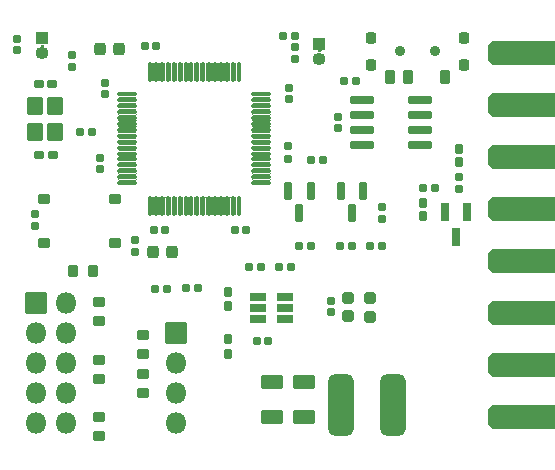
<source format=gbr>
%TF.GenerationSoftware,KiCad,Pcbnew,(6.0.8)*%
%TF.CreationDate,2022-10-27T10:51:24+02:00*%
%TF.ProjectId,stm_v3,73746d5f-7633-42e6-9b69-6361645f7063,rev?*%
%TF.SameCoordinates,Original*%
%TF.FileFunction,Soldermask,Top*%
%TF.FilePolarity,Negative*%
%FSLAX46Y46*%
G04 Gerber Fmt 4.6, Leading zero omitted, Abs format (unit mm)*
G04 Created by KiCad (PCBNEW (6.0.8)) date 2022-10-27 10:51:24*
%MOMM*%
%LPD*%
G01*
G04 APERTURE LIST*
G04 Aperture macros list*
%AMRoundRect*
0 Rectangle with rounded corners*
0 $1 Rounding radius*
0 $2 $3 $4 $5 $6 $7 $8 $9 X,Y pos of 4 corners*
0 Add a 4 corners polygon primitive as box body*
4,1,4,$2,$3,$4,$5,$6,$7,$8,$9,$2,$3,0*
0 Add four circle primitives for the rounded corners*
1,1,$1+$1,$2,$3*
1,1,$1+$1,$4,$5*
1,1,$1+$1,$6,$7*
1,1,$1+$1,$8,$9*
0 Add four rect primitives between the rounded corners*
20,1,$1+$1,$2,$3,$4,$5,0*
20,1,$1+$1,$4,$5,$6,$7,0*
20,1,$1+$1,$6,$7,$8,$9,0*
20,1,$1+$1,$8,$9,$2,$3,0*%
%AMFreePoly0*
4,1,35,0.480400,3.549708,0.582399,3.538627,0.594550,3.535737,0.720657,3.488462,0.733092,3.481655,0.840862,3.400887,0.850887,3.390862,0.931655,3.283092,0.938462,3.270657,0.985737,3.144550,0.988627,3.132399,0.999708,3.030400,1.000000,3.025000,1.000000,-3.500000,0.985355,-3.535355,0.950000,-3.550000,-0.950000,-3.550000,-0.985355,-3.535355,-1.000000,-3.500000,-1.000000,3.025000,
-0.999708,3.030400,-0.988627,3.132399,-0.985737,3.144550,-0.938462,3.270657,-0.931655,3.283092,-0.850887,3.390862,-0.840862,3.400887,-0.733092,3.481655,-0.720657,3.488462,-0.594550,3.535737,-0.582399,3.538627,-0.480400,3.549708,-0.475000,3.550000,0.475000,3.550000,0.480400,3.549708,0.480400,3.549708,$1*%
G04 Aperture macros list end*
%ADD10O,1.100000X1.100000*%
%ADD11RoundRect,0.050000X-0.500000X-0.500000X0.500000X-0.500000X0.500000X0.500000X-0.500000X0.500000X0*%
%ADD12RoundRect,0.185000X0.185000X-0.135000X0.185000X0.135000X-0.185000X0.135000X-0.185000X-0.135000X0*%
%ADD13RoundRect,0.185000X-0.135000X-0.185000X0.135000X-0.185000X0.135000X0.185000X-0.135000X0.185000X0*%
%ADD14RoundRect,0.190000X0.170000X-0.140000X0.170000X0.140000X-0.170000X0.140000X-0.170000X-0.140000X0*%
%ADD15RoundRect,0.162500X0.387500X0.262500X-0.387500X0.262500X-0.387500X-0.262500X0.387500X-0.262500X0*%
%ADD16RoundRect,0.190000X0.140000X0.170000X-0.140000X0.170000X-0.140000X-0.170000X0.140000X-0.170000X0*%
%ADD17RoundRect,0.205000X-0.212500X-0.155000X0.212500X-0.155000X0.212500X0.155000X-0.212500X0.155000X0*%
%ADD18RoundRect,0.250000X-0.200000X-0.275000X0.200000X-0.275000X0.200000X0.275000X-0.200000X0.275000X0*%
%ADD19RoundRect,0.050000X-0.600000X0.700000X-0.600000X-0.700000X0.600000X-0.700000X0.600000X0.700000X0*%
%ADD20RoundRect,0.205000X0.212500X0.155000X-0.212500X0.155000X-0.212500X-0.155000X0.212500X-0.155000X0*%
%ADD21RoundRect,0.190000X-0.140000X-0.170000X0.140000X-0.170000X0.140000X0.170000X-0.140000X0.170000X0*%
%ADD22RoundRect,0.268750X-0.218750X-0.256250X0.218750X-0.256250X0.218750X0.256250X-0.218750X0.256250X0*%
%ADD23RoundRect,0.185000X0.135000X0.185000X-0.135000X0.185000X-0.135000X-0.185000X0.135000X-0.185000X0*%
%ADD24RoundRect,0.190000X-0.170000X0.140000X-0.170000X-0.140000X0.170000X-0.140000X0.170000X0.140000X0*%
%ADD25RoundRect,0.275000X0.225000X0.250000X-0.225000X0.250000X-0.225000X-0.250000X0.225000X-0.250000X0*%
%ADD26FreePoly0,90.000000*%
%ADD27RoundRect,0.250000X0.275000X-0.200000X0.275000X0.200000X-0.275000X0.200000X-0.275000X-0.200000X0*%
%ADD28RoundRect,0.205000X0.155000X-0.212500X0.155000X0.212500X-0.155000X0.212500X-0.155000X-0.212500X0*%
%ADD29RoundRect,0.300000X0.650000X-0.325000X0.650000X0.325000X-0.650000X0.325000X-0.650000X-0.325000X0*%
%ADD30RoundRect,0.185000X-0.185000X0.135000X-0.185000X-0.135000X0.185000X-0.135000X0.185000X0.135000X0*%
%ADD31RoundRect,0.575000X-0.525000X-2.025000X0.525000X-2.025000X0.525000X2.025000X-0.525000X2.025000X0*%
%ADD32RoundRect,0.125000X-0.700000X-0.075000X0.700000X-0.075000X0.700000X0.075000X-0.700000X0.075000X0*%
%ADD33RoundRect,0.125000X-0.075000X-0.700000X0.075000X-0.700000X0.075000X0.700000X-0.075000X0.700000X0*%
%ADD34C,0.900000*%
%ADD35RoundRect,0.250000X0.200000X0.250000X-0.200000X0.250000X-0.200000X-0.250000X0.200000X-0.250000X0*%
%ADD36RoundRect,0.250000X0.200000X0.375000X-0.200000X0.375000X-0.200000X-0.375000X0.200000X-0.375000X0*%
%ADD37RoundRect,0.050000X-0.850000X-0.850000X0.850000X-0.850000X0.850000X0.850000X-0.850000X0.850000X0*%
%ADD38O,1.800000X1.800000*%
%ADD39RoundRect,0.275000X-0.250000X0.225000X-0.250000X-0.225000X0.250000X-0.225000X0.250000X0.225000X0*%
%ADD40RoundRect,0.200000X-0.150000X0.587500X-0.150000X-0.587500X0.150000X-0.587500X0.150000X0.587500X0*%
%ADD41RoundRect,0.205000X-0.155000X0.212500X-0.155000X-0.212500X0.155000X-0.212500X0.155000X0.212500X0*%
%ADD42RoundRect,0.250000X-0.275000X0.200000X-0.275000X-0.200000X0.275000X-0.200000X0.275000X0.200000X0*%
%ADD43RoundRect,0.200000X0.512500X0.150000X-0.512500X0.150000X-0.512500X-0.150000X0.512500X-0.150000X0*%
%ADD44RoundRect,0.210000X0.160000X-0.197500X0.160000X0.197500X-0.160000X0.197500X-0.160000X-0.197500X0*%
%ADD45RoundRect,0.070000X-0.300000X0.650000X-0.300000X-0.650000X0.300000X-0.650000X0.300000X0.650000X0*%
%ADD46RoundRect,0.200000X-0.825000X-0.150000X0.825000X-0.150000X0.825000X0.150000X-0.825000X0.150000X0*%
G04 APERTURE END LIST*
D10*
%TO.C,SW4*%
X140450000Y-70920000D03*
D11*
X140450000Y-69650000D03*
%TD*%
D10*
%TO.C,SW3*%
X163910000Y-71380001D03*
D11*
X163910000Y-70110001D03*
%TD*%
D12*
%TO.C,R25*%
X142960000Y-72050000D03*
X142960000Y-71030000D03*
%TD*%
D13*
%TO.C,R24*%
X160800000Y-69440000D03*
X161820000Y-69440000D03*
%TD*%
D14*
%TO.C,C21*%
X138340000Y-69690000D03*
X138340000Y-70650000D03*
%TD*%
%TO.C,C20*%
X161820000Y-71370000D03*
X161820000Y-70410000D03*
%TD*%
D15*
%TO.C,SW1*%
X140580000Y-86975000D03*
X146580000Y-86975000D03*
X146580000Y-83225000D03*
X140580000Y-83225000D03*
%TD*%
D16*
%TO.C,C3*%
X157697500Y-85905000D03*
X156737500Y-85905000D03*
%TD*%
D17*
%TO.C,C8*%
X140140000Y-73505000D03*
X141275000Y-73505000D03*
%TD*%
D18*
%TO.C,R7*%
X143075000Y-89345000D03*
X144725000Y-89345000D03*
%TD*%
D19*
%TO.C,Y1*%
X139847500Y-75355000D03*
X139847500Y-77555000D03*
X141547500Y-77555000D03*
X141547500Y-75355000D03*
%TD*%
D20*
%TO.C,C9*%
X141325000Y-79505000D03*
X140190000Y-79505000D03*
%TD*%
D21*
%TO.C,C5*%
X149107500Y-70285000D03*
X150067500Y-70285000D03*
%TD*%
D22*
%TO.C,D2*%
X149810000Y-87745000D03*
X151385000Y-87745000D03*
%TD*%
D23*
%TO.C,R22*%
X161540000Y-89015000D03*
X160520000Y-89015000D03*
%TD*%
D24*
%TO.C,C16*%
X164850000Y-91885000D03*
X164850000Y-92845000D03*
%TD*%
D25*
%TO.C,C1*%
X146895000Y-70560000D03*
X145345000Y-70560000D03*
%TD*%
D13*
%TO.C,R4*%
X165980000Y-73280000D03*
X167000000Y-73280000D03*
%TD*%
D26*
%TO.C,J3*%
X181760000Y-70900000D03*
X181760000Y-75300000D03*
X181760000Y-79700000D03*
X181760000Y-84100000D03*
X181760000Y-88500000D03*
X181760000Y-92900000D03*
X181760000Y-97300000D03*
X181760000Y-101700000D03*
%TD*%
D27*
%TO.C,R8*%
X145220000Y-93620000D03*
X145220000Y-91970000D03*
%TD*%
D12*
%TO.C,R2*%
X175740000Y-82375000D03*
X175740000Y-81355000D03*
%TD*%
D27*
%TO.C,R9*%
X145220000Y-98510000D03*
X145220000Y-96860000D03*
%TD*%
D13*
%TO.C,R11*%
X149970000Y-90840000D03*
X150990000Y-90840000D03*
%TD*%
%TO.C,R19*%
X163160000Y-79930000D03*
X164180000Y-79930000D03*
%TD*%
D28*
%TO.C,C13*%
X175740000Y-80152500D03*
X175740000Y-79017500D03*
%TD*%
D29*
%TO.C,C18*%
X162570000Y-101690000D03*
X162570000Y-98740000D03*
%TD*%
D13*
%TO.C,R20*%
X168160000Y-87225000D03*
X169180000Y-87225000D03*
%TD*%
D30*
%TO.C,R21*%
X169170000Y-83915000D03*
X169170000Y-84935000D03*
%TD*%
D13*
%TO.C,R17*%
X165640000Y-87225000D03*
X166660000Y-87225000D03*
%TD*%
D31*
%TO.C,L1*%
X170160000Y-100675000D03*
X165760000Y-100675000D03*
%TD*%
D23*
%TO.C,R12*%
X153620000Y-90820000D03*
X152600000Y-90820000D03*
%TD*%
D32*
%TO.C,U1*%
X147642500Y-74405000D03*
X147642500Y-74905000D03*
X147642500Y-75405000D03*
X147642500Y-75905000D03*
X147642500Y-76405000D03*
X147642500Y-76905000D03*
X147642500Y-77405000D03*
X147642500Y-77905000D03*
X147642500Y-78405000D03*
X147642500Y-78905000D03*
X147642500Y-79405000D03*
X147642500Y-79905000D03*
X147642500Y-80405000D03*
X147642500Y-80905000D03*
X147642500Y-81405000D03*
X147642500Y-81905000D03*
D33*
X149567500Y-83830000D03*
X150067500Y-83830000D03*
X150567500Y-83830000D03*
X151067500Y-83830000D03*
X151567500Y-83830000D03*
X152067500Y-83830000D03*
X152567500Y-83830000D03*
X153067500Y-83830000D03*
X153567500Y-83830000D03*
X154067500Y-83830000D03*
X154567500Y-83830000D03*
X155067500Y-83830000D03*
X155567500Y-83830000D03*
X156067500Y-83830000D03*
X156567500Y-83830000D03*
X157067500Y-83830000D03*
D32*
X158992500Y-81905000D03*
X158992500Y-81405000D03*
X158992500Y-80905000D03*
X158992500Y-80405000D03*
X158992500Y-79905000D03*
X158992500Y-79405000D03*
X158992500Y-78905000D03*
X158992500Y-78405000D03*
X158992500Y-77905000D03*
X158992500Y-77405000D03*
X158992500Y-76905000D03*
X158992500Y-76405000D03*
X158992500Y-75905000D03*
X158992500Y-75405000D03*
X158992500Y-74905000D03*
X158992500Y-74405000D03*
D33*
X157067500Y-72480000D03*
X156567500Y-72480000D03*
X156067500Y-72480000D03*
X155567500Y-72480000D03*
X155067500Y-72480000D03*
X154567500Y-72480000D03*
X154067500Y-72480000D03*
X153567500Y-72480000D03*
X153067500Y-72480000D03*
X152567500Y-72480000D03*
X152067500Y-72480000D03*
X151567500Y-72480000D03*
X151067500Y-72480000D03*
X150567500Y-72480000D03*
X150067500Y-72480000D03*
X149567500Y-72480000D03*
%TD*%
D23*
%TO.C,R16*%
X163220000Y-87225000D03*
X162200000Y-87225000D03*
%TD*%
D34*
%TO.C,SW2*%
X170707610Y-70742389D03*
D35*
X176107610Y-71892389D03*
D34*
X173707610Y-70742389D03*
D35*
X168307610Y-69592389D03*
X176107610Y-69592389D03*
X168307610Y-71892389D03*
D36*
X174507610Y-72942389D03*
X171407610Y-72942389D03*
X169907610Y-72942389D03*
%TD*%
D37*
%TO.C,J1*%
X151760000Y-94640000D03*
D38*
X151760000Y-97180000D03*
X151760000Y-99720000D03*
X151760000Y-102260000D03*
%TD*%
D29*
%TO.C,C19*%
X159930000Y-101700000D03*
X159930000Y-98750000D03*
%TD*%
D21*
%TO.C,C17*%
X158620000Y-95255000D03*
X159580000Y-95255000D03*
%TD*%
D13*
%TO.C,R3*%
X143647500Y-77555000D03*
X144667500Y-77555000D03*
%TD*%
D14*
%TO.C,C11*%
X165505000Y-77245000D03*
X165505000Y-76285000D03*
%TD*%
D39*
%TO.C,C14*%
X166340000Y-91650000D03*
X166340000Y-93200000D03*
%TD*%
D40*
%TO.C,Q2*%
X167630000Y-82585000D03*
X165730000Y-82585000D03*
X166680000Y-84460000D03*
%TD*%
D41*
%TO.C,C12*%
X172657500Y-83567500D03*
X172657500Y-84702500D03*
%TD*%
D42*
%TO.C,R6*%
X148930000Y-98065000D03*
X148930000Y-99715000D03*
%TD*%
D24*
%TO.C,C4*%
X161307500Y-73855000D03*
X161307500Y-74815000D03*
%TD*%
D30*
%TO.C,R18*%
X161217500Y-78805000D03*
X161217500Y-79825000D03*
%TD*%
D40*
%TO.C,Q1*%
X163150000Y-82555000D03*
X161250000Y-82555000D03*
X162200000Y-84430000D03*
%TD*%
D30*
%TO.C,R15*%
X148277500Y-86735000D03*
X148277500Y-87755000D03*
%TD*%
D43*
%TO.C,U3*%
X161007500Y-93425000D03*
X161007500Y-92475000D03*
X161007500Y-91525000D03*
X158732500Y-91525000D03*
X158732500Y-92475000D03*
X158732500Y-93425000D03*
%TD*%
D23*
%TO.C,R23*%
X158970000Y-89015000D03*
X157950000Y-89015000D03*
%TD*%
D24*
%TO.C,C10*%
X139850000Y-84560000D03*
X139850000Y-85520000D03*
%TD*%
D44*
%TO.C,R13*%
X156170000Y-96342500D03*
X156170000Y-95147500D03*
%TD*%
D27*
%TO.C,R10*%
X145220000Y-103360000D03*
X145220000Y-101710000D03*
%TD*%
D23*
%TO.C,R1*%
X173680000Y-82335000D03*
X172660000Y-82335000D03*
%TD*%
D37*
%TO.C,J2*%
X139935000Y-92060000D03*
D38*
X142475000Y-92060000D03*
X139935000Y-94600000D03*
X142475000Y-94600000D03*
X139935000Y-97140000D03*
X142475000Y-97140000D03*
X139935000Y-99680000D03*
X142475000Y-99680000D03*
X139935000Y-102220000D03*
X142475000Y-102220000D03*
%TD*%
D45*
%TO.C,D1*%
X176410000Y-84395000D03*
X174510000Y-84395000D03*
X175460000Y-86495000D03*
%TD*%
D14*
%TO.C,C7*%
X145367500Y-80705000D03*
X145367500Y-79745000D03*
%TD*%
%TO.C,C6*%
X145737500Y-74385000D03*
X145737500Y-73425000D03*
%TD*%
D46*
%TO.C,U2*%
X167480000Y-74880000D03*
X167480000Y-76150000D03*
X167480000Y-77420000D03*
X167480000Y-78690000D03*
X172430000Y-78690000D03*
X172430000Y-77420000D03*
X172430000Y-76150000D03*
X172430000Y-74880000D03*
%TD*%
D39*
%TO.C,C15*%
X168160000Y-91660000D03*
X168160000Y-93210000D03*
%TD*%
D44*
%TO.C,R14*%
X156170000Y-92322500D03*
X156170000Y-91127500D03*
%TD*%
D42*
%TO.C,R5*%
X148930000Y-94755000D03*
X148930000Y-96405000D03*
%TD*%
D16*
%TO.C,C2*%
X150847500Y-85915000D03*
X149887500Y-85915000D03*
%TD*%
G36*
X155240476Y-83052537D02*
G01*
X155283618Y-83086547D01*
X155344073Y-83088922D01*
X155391414Y-83057289D01*
X155393410Y-83057158D01*
X155394521Y-83058821D01*
X155394188Y-83060063D01*
X155378900Y-83082944D01*
X155369500Y-83130199D01*
X155369500Y-84529801D01*
X155378900Y-84577056D01*
X155397425Y-84604781D01*
X155397556Y-84606777D01*
X155395893Y-84607888D01*
X155394524Y-84607463D01*
X155351382Y-84573453D01*
X155290927Y-84571078D01*
X155243586Y-84602711D01*
X155241590Y-84602842D01*
X155240479Y-84601179D01*
X155240812Y-84599937D01*
X155256100Y-84577056D01*
X155265500Y-84529801D01*
X155265500Y-83130199D01*
X155256100Y-83082944D01*
X155237575Y-83055219D01*
X155237444Y-83053223D01*
X155239107Y-83052112D01*
X155240476Y-83052537D01*
G37*
G36*
X156740476Y-83052537D02*
G01*
X156783618Y-83086547D01*
X156844073Y-83088922D01*
X156891414Y-83057289D01*
X156893410Y-83057158D01*
X156894521Y-83058821D01*
X156894188Y-83060063D01*
X156878900Y-83082944D01*
X156869500Y-83130199D01*
X156869500Y-84529801D01*
X156878900Y-84577056D01*
X156897425Y-84604781D01*
X156897556Y-84606777D01*
X156895893Y-84607888D01*
X156894524Y-84607463D01*
X156851382Y-84573453D01*
X156790927Y-84571078D01*
X156743586Y-84602711D01*
X156741590Y-84602842D01*
X156740479Y-84601179D01*
X156740812Y-84599937D01*
X156756100Y-84577056D01*
X156765500Y-84529801D01*
X156765500Y-83130199D01*
X156756100Y-83082944D01*
X156737575Y-83055219D01*
X156737444Y-83053223D01*
X156739107Y-83052112D01*
X156740476Y-83052537D01*
G37*
G36*
X150740476Y-83052537D02*
G01*
X150783618Y-83086547D01*
X150844073Y-83088922D01*
X150891414Y-83057289D01*
X150893410Y-83057158D01*
X150894521Y-83058821D01*
X150894188Y-83060063D01*
X150878900Y-83082944D01*
X150869500Y-83130199D01*
X150869500Y-84529801D01*
X150878900Y-84577056D01*
X150897425Y-84604781D01*
X150897556Y-84606777D01*
X150895893Y-84607888D01*
X150894524Y-84607463D01*
X150851382Y-84573453D01*
X150790927Y-84571078D01*
X150743586Y-84602711D01*
X150741590Y-84602842D01*
X150740479Y-84601179D01*
X150740812Y-84599937D01*
X150756100Y-84577056D01*
X150765500Y-84529801D01*
X150765500Y-83130199D01*
X150756100Y-83082944D01*
X150737575Y-83055219D01*
X150737444Y-83053223D01*
X150739107Y-83052112D01*
X150740476Y-83052537D01*
G37*
G36*
X153240476Y-83052537D02*
G01*
X153283618Y-83086547D01*
X153344073Y-83088922D01*
X153391414Y-83057289D01*
X153393410Y-83057158D01*
X153394521Y-83058821D01*
X153394188Y-83060063D01*
X153378900Y-83082944D01*
X153369500Y-83130199D01*
X153369500Y-84529801D01*
X153378900Y-84577056D01*
X153397425Y-84604781D01*
X153397556Y-84606777D01*
X153395893Y-84607888D01*
X153394524Y-84607463D01*
X153351382Y-84573453D01*
X153290927Y-84571078D01*
X153243586Y-84602711D01*
X153241590Y-84602842D01*
X153240479Y-84601179D01*
X153240812Y-84599937D01*
X153256100Y-84577056D01*
X153265500Y-84529801D01*
X153265500Y-83130199D01*
X153256100Y-83082944D01*
X153237575Y-83055219D01*
X153237444Y-83053223D01*
X153239107Y-83052112D01*
X153240476Y-83052537D01*
G37*
G36*
X154740476Y-83052537D02*
G01*
X154783618Y-83086547D01*
X154844073Y-83088922D01*
X154891414Y-83057289D01*
X154893410Y-83057158D01*
X154894521Y-83058821D01*
X154894188Y-83060063D01*
X154878900Y-83082944D01*
X154869500Y-83130199D01*
X154869500Y-84529801D01*
X154878900Y-84577056D01*
X154897425Y-84604781D01*
X154897556Y-84606777D01*
X154895893Y-84607888D01*
X154894524Y-84607463D01*
X154851382Y-84573453D01*
X154790927Y-84571078D01*
X154743586Y-84602711D01*
X154741590Y-84602842D01*
X154740479Y-84601179D01*
X154740812Y-84599937D01*
X154756100Y-84577056D01*
X154765500Y-84529801D01*
X154765500Y-83130199D01*
X154756100Y-83082944D01*
X154737575Y-83055219D01*
X154737444Y-83053223D01*
X154739107Y-83052112D01*
X154740476Y-83052537D01*
G37*
G36*
X155740476Y-83052537D02*
G01*
X155783618Y-83086547D01*
X155844073Y-83088922D01*
X155891414Y-83057289D01*
X155893410Y-83057158D01*
X155894521Y-83058821D01*
X155894188Y-83060063D01*
X155878900Y-83082944D01*
X155869500Y-83130199D01*
X155869500Y-84529801D01*
X155878900Y-84577056D01*
X155897425Y-84604781D01*
X155897556Y-84606777D01*
X155895893Y-84607888D01*
X155894524Y-84607463D01*
X155851382Y-84573453D01*
X155790927Y-84571078D01*
X155743586Y-84602711D01*
X155741590Y-84602842D01*
X155740479Y-84601179D01*
X155740812Y-84599937D01*
X155756100Y-84577056D01*
X155765500Y-84529801D01*
X155765500Y-83130199D01*
X155756100Y-83082944D01*
X155737575Y-83055219D01*
X155737444Y-83053223D01*
X155739107Y-83052112D01*
X155740476Y-83052537D01*
G37*
G36*
X151240476Y-83052537D02*
G01*
X151283618Y-83086547D01*
X151344073Y-83088922D01*
X151391414Y-83057289D01*
X151393410Y-83057158D01*
X151394521Y-83058821D01*
X151394188Y-83060063D01*
X151378900Y-83082944D01*
X151369500Y-83130199D01*
X151369500Y-84529801D01*
X151378900Y-84577056D01*
X151397425Y-84604781D01*
X151397556Y-84606777D01*
X151395893Y-84607888D01*
X151394524Y-84607463D01*
X151351382Y-84573453D01*
X151290927Y-84571078D01*
X151243586Y-84602711D01*
X151241590Y-84602842D01*
X151240479Y-84601179D01*
X151240812Y-84599937D01*
X151256100Y-84577056D01*
X151265500Y-84529801D01*
X151265500Y-83130199D01*
X151256100Y-83082944D01*
X151237575Y-83055219D01*
X151237444Y-83053223D01*
X151239107Y-83052112D01*
X151240476Y-83052537D01*
G37*
G36*
X154240476Y-83052537D02*
G01*
X154283618Y-83086547D01*
X154344073Y-83088922D01*
X154391414Y-83057289D01*
X154393410Y-83057158D01*
X154394521Y-83058821D01*
X154394188Y-83060063D01*
X154378900Y-83082944D01*
X154369500Y-83130199D01*
X154369500Y-84529801D01*
X154378900Y-84577056D01*
X154397425Y-84604781D01*
X154397556Y-84606777D01*
X154395893Y-84607888D01*
X154394524Y-84607463D01*
X154351382Y-84573453D01*
X154290927Y-84571078D01*
X154243586Y-84602711D01*
X154241590Y-84602842D01*
X154240479Y-84601179D01*
X154240812Y-84599937D01*
X154256100Y-84577056D01*
X154265500Y-84529801D01*
X154265500Y-83130199D01*
X154256100Y-83082944D01*
X154237575Y-83055219D01*
X154237444Y-83053223D01*
X154239107Y-83052112D01*
X154240476Y-83052537D01*
G37*
G36*
X149740476Y-83052537D02*
G01*
X149783618Y-83086547D01*
X149844073Y-83088922D01*
X149891414Y-83057289D01*
X149893410Y-83057158D01*
X149894521Y-83058821D01*
X149894188Y-83060063D01*
X149878900Y-83082944D01*
X149869500Y-83130199D01*
X149869500Y-84529801D01*
X149878900Y-84577056D01*
X149897425Y-84604781D01*
X149897556Y-84606777D01*
X149895893Y-84607888D01*
X149894524Y-84607463D01*
X149851382Y-84573453D01*
X149790927Y-84571078D01*
X149743586Y-84602711D01*
X149741590Y-84602842D01*
X149740479Y-84601179D01*
X149740812Y-84599937D01*
X149756100Y-84577056D01*
X149765500Y-84529801D01*
X149765500Y-83130199D01*
X149756100Y-83082944D01*
X149737575Y-83055219D01*
X149737444Y-83053223D01*
X149739107Y-83052112D01*
X149740476Y-83052537D01*
G37*
G36*
X151740476Y-83052537D02*
G01*
X151783618Y-83086547D01*
X151844073Y-83088922D01*
X151891414Y-83057289D01*
X151893410Y-83057158D01*
X151894521Y-83058821D01*
X151894188Y-83060063D01*
X151878900Y-83082944D01*
X151869500Y-83130199D01*
X151869500Y-84529801D01*
X151878900Y-84577056D01*
X151897425Y-84604781D01*
X151897556Y-84606777D01*
X151895893Y-84607888D01*
X151894524Y-84607463D01*
X151851382Y-84573453D01*
X151790927Y-84571078D01*
X151743586Y-84602711D01*
X151741590Y-84602842D01*
X151740479Y-84601179D01*
X151740812Y-84599937D01*
X151756100Y-84577056D01*
X151765500Y-84529801D01*
X151765500Y-83130199D01*
X151756100Y-83082944D01*
X151737575Y-83055219D01*
X151737444Y-83053223D01*
X151739107Y-83052112D01*
X151740476Y-83052537D01*
G37*
G36*
X153740476Y-83052537D02*
G01*
X153783618Y-83086547D01*
X153844073Y-83088922D01*
X153891414Y-83057289D01*
X153893410Y-83057158D01*
X153894521Y-83058821D01*
X153894188Y-83060063D01*
X153878900Y-83082944D01*
X153869500Y-83130199D01*
X153869500Y-84529801D01*
X153878900Y-84577056D01*
X153897425Y-84604781D01*
X153897556Y-84606777D01*
X153895893Y-84607888D01*
X153894524Y-84607463D01*
X153851382Y-84573453D01*
X153790927Y-84571078D01*
X153743586Y-84602711D01*
X153741590Y-84602842D01*
X153740479Y-84601179D01*
X153740812Y-84599937D01*
X153756100Y-84577056D01*
X153765500Y-84529801D01*
X153765500Y-83130199D01*
X153756100Y-83082944D01*
X153737575Y-83055219D01*
X153737444Y-83053223D01*
X153739107Y-83052112D01*
X153740476Y-83052537D01*
G37*
G36*
X152740476Y-83052537D02*
G01*
X152783618Y-83086547D01*
X152844073Y-83088922D01*
X152891414Y-83057289D01*
X152893410Y-83057158D01*
X152894521Y-83058821D01*
X152894188Y-83060063D01*
X152878900Y-83082944D01*
X152869500Y-83130199D01*
X152869500Y-84529801D01*
X152878900Y-84577056D01*
X152897425Y-84604781D01*
X152897556Y-84606777D01*
X152895893Y-84607888D01*
X152894524Y-84607463D01*
X152851382Y-84573453D01*
X152790927Y-84571078D01*
X152743586Y-84602711D01*
X152741590Y-84602842D01*
X152740479Y-84601179D01*
X152740812Y-84599937D01*
X152756100Y-84577056D01*
X152765500Y-84529801D01*
X152765500Y-83130199D01*
X152756100Y-83082944D01*
X152737575Y-83055219D01*
X152737444Y-83053223D01*
X152739107Y-83052112D01*
X152740476Y-83052537D01*
G37*
G36*
X156240476Y-83052537D02*
G01*
X156283618Y-83086547D01*
X156344073Y-83088922D01*
X156391414Y-83057289D01*
X156393410Y-83057158D01*
X156394521Y-83058821D01*
X156394188Y-83060063D01*
X156378900Y-83082944D01*
X156369500Y-83130199D01*
X156369500Y-84529801D01*
X156378900Y-84577056D01*
X156397425Y-84604781D01*
X156397556Y-84606777D01*
X156395893Y-84607888D01*
X156394524Y-84607463D01*
X156351382Y-84573453D01*
X156290927Y-84571078D01*
X156243586Y-84602711D01*
X156241590Y-84602842D01*
X156240479Y-84601179D01*
X156240812Y-84599937D01*
X156256100Y-84577056D01*
X156265500Y-84529801D01*
X156265500Y-83130199D01*
X156256100Y-83082944D01*
X156237575Y-83055219D01*
X156237444Y-83053223D01*
X156239107Y-83052112D01*
X156240476Y-83052537D01*
G37*
G36*
X150240476Y-83052537D02*
G01*
X150283618Y-83086547D01*
X150344073Y-83088922D01*
X150391414Y-83057289D01*
X150393410Y-83057158D01*
X150394521Y-83058821D01*
X150394188Y-83060063D01*
X150378900Y-83082944D01*
X150369500Y-83130199D01*
X150369500Y-84529801D01*
X150378900Y-84577056D01*
X150397425Y-84604781D01*
X150397556Y-84606777D01*
X150395893Y-84607888D01*
X150394524Y-84607463D01*
X150351382Y-84573453D01*
X150290927Y-84571078D01*
X150243586Y-84602711D01*
X150241590Y-84602842D01*
X150240479Y-84601179D01*
X150240812Y-84599937D01*
X150256100Y-84577056D01*
X150265500Y-84529801D01*
X150265500Y-83130199D01*
X150256100Y-83082944D01*
X150237575Y-83055219D01*
X150237444Y-83053223D01*
X150239107Y-83052112D01*
X150240476Y-83052537D01*
G37*
G36*
X152240476Y-83052537D02*
G01*
X152283618Y-83086547D01*
X152344073Y-83088922D01*
X152391414Y-83057289D01*
X152393410Y-83057158D01*
X152394521Y-83058821D01*
X152394188Y-83060063D01*
X152378900Y-83082944D01*
X152369500Y-83130199D01*
X152369500Y-84529801D01*
X152378900Y-84577056D01*
X152397425Y-84604781D01*
X152397556Y-84606777D01*
X152395893Y-84607888D01*
X152394524Y-84607463D01*
X152351382Y-84573453D01*
X152290927Y-84571078D01*
X152243586Y-84602711D01*
X152241590Y-84602842D01*
X152240479Y-84601179D01*
X152240812Y-84599937D01*
X152256100Y-84577056D01*
X152265500Y-84529801D01*
X152265500Y-83130199D01*
X152256100Y-83082944D01*
X152237575Y-83055219D01*
X152237444Y-83053223D01*
X152239107Y-83052112D01*
X152240476Y-83052537D01*
G37*
G36*
X148420388Y-81576607D02*
G01*
X148419963Y-81577976D01*
X148385953Y-81621118D01*
X148383578Y-81681573D01*
X148415211Y-81728914D01*
X148415342Y-81730910D01*
X148413679Y-81732021D01*
X148412437Y-81731688D01*
X148389556Y-81716400D01*
X148342301Y-81707000D01*
X146942699Y-81707000D01*
X146895444Y-81716400D01*
X146867719Y-81734925D01*
X146865723Y-81735056D01*
X146864612Y-81733393D01*
X146865037Y-81732024D01*
X146899047Y-81688882D01*
X146901422Y-81628427D01*
X146869789Y-81581086D01*
X146869658Y-81579090D01*
X146871321Y-81577979D01*
X146872563Y-81578312D01*
X146895444Y-81593600D01*
X146942699Y-81603000D01*
X148342301Y-81603000D01*
X148389556Y-81593600D01*
X148417281Y-81575075D01*
X148419277Y-81574944D01*
X148420388Y-81576607D01*
G37*
G36*
X159770388Y-81576607D02*
G01*
X159769963Y-81577976D01*
X159735953Y-81621118D01*
X159733578Y-81681573D01*
X159765211Y-81728914D01*
X159765342Y-81730910D01*
X159763679Y-81732021D01*
X159762437Y-81731688D01*
X159739556Y-81716400D01*
X159692301Y-81707000D01*
X158292699Y-81707000D01*
X158245444Y-81716400D01*
X158217719Y-81734925D01*
X158215723Y-81735056D01*
X158214612Y-81733393D01*
X158215037Y-81732024D01*
X158249047Y-81688882D01*
X158251422Y-81628427D01*
X158219789Y-81581086D01*
X158219658Y-81579090D01*
X158221321Y-81577979D01*
X158222563Y-81578312D01*
X158245444Y-81593600D01*
X158292699Y-81603000D01*
X159692301Y-81603000D01*
X159739556Y-81593600D01*
X159767281Y-81575075D01*
X159769277Y-81574944D01*
X159770388Y-81576607D01*
G37*
G36*
X159770388Y-81076607D02*
G01*
X159769963Y-81077976D01*
X159735953Y-81121118D01*
X159733578Y-81181573D01*
X159765211Y-81228914D01*
X159765342Y-81230910D01*
X159763679Y-81232021D01*
X159762437Y-81231688D01*
X159739556Y-81216400D01*
X159692301Y-81207000D01*
X158292699Y-81207000D01*
X158245444Y-81216400D01*
X158217719Y-81234925D01*
X158215723Y-81235056D01*
X158214612Y-81233393D01*
X158215037Y-81232024D01*
X158249047Y-81188882D01*
X158251422Y-81128427D01*
X158219789Y-81081086D01*
X158219658Y-81079090D01*
X158221321Y-81077979D01*
X158222563Y-81078312D01*
X158245444Y-81093600D01*
X158292699Y-81103000D01*
X159692301Y-81103000D01*
X159739556Y-81093600D01*
X159767281Y-81075075D01*
X159769277Y-81074944D01*
X159770388Y-81076607D01*
G37*
G36*
X148420388Y-81076607D02*
G01*
X148419963Y-81077976D01*
X148385953Y-81121118D01*
X148383578Y-81181573D01*
X148415211Y-81228914D01*
X148415342Y-81230910D01*
X148413679Y-81232021D01*
X148412437Y-81231688D01*
X148389556Y-81216400D01*
X148342301Y-81207000D01*
X146942699Y-81207000D01*
X146895444Y-81216400D01*
X146867719Y-81234925D01*
X146865723Y-81235056D01*
X146864612Y-81233393D01*
X146865037Y-81232024D01*
X146899047Y-81188882D01*
X146901422Y-81128427D01*
X146869789Y-81081086D01*
X146869658Y-81079090D01*
X146871321Y-81077979D01*
X146872563Y-81078312D01*
X146895444Y-81093600D01*
X146942699Y-81103000D01*
X148342301Y-81103000D01*
X148389556Y-81093600D01*
X148417281Y-81075075D01*
X148419277Y-81074944D01*
X148420388Y-81076607D01*
G37*
G36*
X159770388Y-80576607D02*
G01*
X159769963Y-80577976D01*
X159735953Y-80621118D01*
X159733578Y-80681573D01*
X159765211Y-80728914D01*
X159765342Y-80730910D01*
X159763679Y-80732021D01*
X159762437Y-80731688D01*
X159739556Y-80716400D01*
X159692301Y-80707000D01*
X158292699Y-80707000D01*
X158245444Y-80716400D01*
X158217719Y-80734925D01*
X158215723Y-80735056D01*
X158214612Y-80733393D01*
X158215037Y-80732024D01*
X158249047Y-80688882D01*
X158251422Y-80628427D01*
X158219789Y-80581086D01*
X158219658Y-80579090D01*
X158221321Y-80577979D01*
X158222563Y-80578312D01*
X158245444Y-80593600D01*
X158292699Y-80603000D01*
X159692301Y-80603000D01*
X159739556Y-80593600D01*
X159767281Y-80575075D01*
X159769277Y-80574944D01*
X159770388Y-80576607D01*
G37*
G36*
X148420388Y-80576607D02*
G01*
X148419963Y-80577976D01*
X148385953Y-80621118D01*
X148383578Y-80681573D01*
X148415211Y-80728914D01*
X148415342Y-80730910D01*
X148413679Y-80732021D01*
X148412437Y-80731688D01*
X148389556Y-80716400D01*
X148342301Y-80707000D01*
X146942699Y-80707000D01*
X146895444Y-80716400D01*
X146867719Y-80734925D01*
X146865723Y-80735056D01*
X146864612Y-80733393D01*
X146865037Y-80732024D01*
X146899047Y-80688882D01*
X146901422Y-80628427D01*
X146869789Y-80581086D01*
X146869658Y-80579090D01*
X146871321Y-80577979D01*
X146872563Y-80578312D01*
X146895444Y-80593600D01*
X146942699Y-80603000D01*
X148342301Y-80603000D01*
X148389556Y-80593600D01*
X148417281Y-80575075D01*
X148419277Y-80574944D01*
X148420388Y-80576607D01*
G37*
G36*
X148420388Y-80076607D02*
G01*
X148419963Y-80077976D01*
X148385953Y-80121118D01*
X148383578Y-80181573D01*
X148415211Y-80228914D01*
X148415342Y-80230910D01*
X148413679Y-80232021D01*
X148412437Y-80231688D01*
X148389556Y-80216400D01*
X148342301Y-80207000D01*
X146942699Y-80207000D01*
X146895444Y-80216400D01*
X146867719Y-80234925D01*
X146865723Y-80235056D01*
X146864612Y-80233393D01*
X146865037Y-80232024D01*
X146899047Y-80188882D01*
X146901422Y-80128427D01*
X146869789Y-80081086D01*
X146869658Y-80079090D01*
X146871321Y-80077979D01*
X146872563Y-80078312D01*
X146895444Y-80093600D01*
X146942699Y-80103000D01*
X148342301Y-80103000D01*
X148389556Y-80093600D01*
X148417281Y-80075075D01*
X148419277Y-80074944D01*
X148420388Y-80076607D01*
G37*
G36*
X159770388Y-80076607D02*
G01*
X159769963Y-80077976D01*
X159735953Y-80121118D01*
X159733578Y-80181573D01*
X159765211Y-80228914D01*
X159765342Y-80230910D01*
X159763679Y-80232021D01*
X159762437Y-80231688D01*
X159739556Y-80216400D01*
X159692301Y-80207000D01*
X158292699Y-80207000D01*
X158245444Y-80216400D01*
X158217719Y-80234925D01*
X158215723Y-80235056D01*
X158214612Y-80233393D01*
X158215037Y-80232024D01*
X158249047Y-80188882D01*
X158251422Y-80128427D01*
X158219789Y-80081086D01*
X158219658Y-80079090D01*
X158221321Y-80077979D01*
X158222563Y-80078312D01*
X158245444Y-80093600D01*
X158292699Y-80103000D01*
X159692301Y-80103000D01*
X159739556Y-80093600D01*
X159767281Y-80075075D01*
X159769277Y-80074944D01*
X159770388Y-80076607D01*
G37*
G36*
X159770388Y-79576607D02*
G01*
X159769963Y-79577976D01*
X159735953Y-79621118D01*
X159733578Y-79681573D01*
X159765211Y-79728914D01*
X159765342Y-79730910D01*
X159763679Y-79732021D01*
X159762437Y-79731688D01*
X159739556Y-79716400D01*
X159692301Y-79707000D01*
X158292699Y-79707000D01*
X158245444Y-79716400D01*
X158217719Y-79734925D01*
X158215723Y-79735056D01*
X158214612Y-79733393D01*
X158215037Y-79732024D01*
X158249047Y-79688882D01*
X158251422Y-79628427D01*
X158219789Y-79581086D01*
X158219658Y-79579090D01*
X158221321Y-79577979D01*
X158222563Y-79578312D01*
X158245444Y-79593600D01*
X158292699Y-79603000D01*
X159692301Y-79603000D01*
X159739556Y-79593600D01*
X159767281Y-79575075D01*
X159769277Y-79574944D01*
X159770388Y-79576607D01*
G37*
G36*
X148420388Y-79576607D02*
G01*
X148419963Y-79577976D01*
X148385953Y-79621118D01*
X148383578Y-79681573D01*
X148415211Y-79728914D01*
X148415342Y-79730910D01*
X148413679Y-79732021D01*
X148412437Y-79731688D01*
X148389556Y-79716400D01*
X148342301Y-79707000D01*
X146942699Y-79707000D01*
X146895444Y-79716400D01*
X146867719Y-79734925D01*
X146865723Y-79735056D01*
X146864612Y-79733393D01*
X146865037Y-79732024D01*
X146899047Y-79688882D01*
X146901422Y-79628427D01*
X146869789Y-79581086D01*
X146869658Y-79579090D01*
X146871321Y-79577979D01*
X146872563Y-79578312D01*
X146895444Y-79593600D01*
X146942699Y-79603000D01*
X148342301Y-79603000D01*
X148389556Y-79593600D01*
X148417281Y-79575075D01*
X148419277Y-79574944D01*
X148420388Y-79576607D01*
G37*
G36*
X148420388Y-79076607D02*
G01*
X148419963Y-79077976D01*
X148385953Y-79121118D01*
X148383578Y-79181573D01*
X148415211Y-79228914D01*
X148415342Y-79230910D01*
X148413679Y-79232021D01*
X148412437Y-79231688D01*
X148389556Y-79216400D01*
X148342301Y-79207000D01*
X146942699Y-79207000D01*
X146895444Y-79216400D01*
X146867719Y-79234925D01*
X146865723Y-79235056D01*
X146864612Y-79233393D01*
X146865037Y-79232024D01*
X146899047Y-79188882D01*
X146901422Y-79128427D01*
X146869789Y-79081086D01*
X146869658Y-79079090D01*
X146871321Y-79077979D01*
X146872563Y-79078312D01*
X146895444Y-79093600D01*
X146942699Y-79103000D01*
X148342301Y-79103000D01*
X148389556Y-79093600D01*
X148417281Y-79075075D01*
X148419277Y-79074944D01*
X148420388Y-79076607D01*
G37*
G36*
X159770388Y-79076607D02*
G01*
X159769963Y-79077976D01*
X159735953Y-79121118D01*
X159733578Y-79181573D01*
X159765211Y-79228914D01*
X159765342Y-79230910D01*
X159763679Y-79232021D01*
X159762437Y-79231688D01*
X159739556Y-79216400D01*
X159692301Y-79207000D01*
X158292699Y-79207000D01*
X158245444Y-79216400D01*
X158217719Y-79234925D01*
X158215723Y-79235056D01*
X158214612Y-79233393D01*
X158215037Y-79232024D01*
X158249047Y-79188882D01*
X158251422Y-79128427D01*
X158219789Y-79081086D01*
X158219658Y-79079090D01*
X158221321Y-79077979D01*
X158222563Y-79078312D01*
X158245444Y-79093600D01*
X158292699Y-79103000D01*
X159692301Y-79103000D01*
X159739556Y-79093600D01*
X159767281Y-79075075D01*
X159769277Y-79074944D01*
X159770388Y-79076607D01*
G37*
G36*
X148420388Y-78576607D02*
G01*
X148419963Y-78577976D01*
X148385953Y-78621118D01*
X148383578Y-78681573D01*
X148415211Y-78728914D01*
X148415342Y-78730910D01*
X148413679Y-78732021D01*
X148412437Y-78731688D01*
X148389556Y-78716400D01*
X148342301Y-78707000D01*
X146942699Y-78707000D01*
X146895444Y-78716400D01*
X146867719Y-78734925D01*
X146865723Y-78735056D01*
X146864612Y-78733393D01*
X146865037Y-78732024D01*
X146899047Y-78688882D01*
X146901422Y-78628427D01*
X146869789Y-78581086D01*
X146869658Y-78579090D01*
X146871321Y-78577979D01*
X146872563Y-78578312D01*
X146895444Y-78593600D01*
X146942699Y-78603000D01*
X148342301Y-78603000D01*
X148389556Y-78593600D01*
X148417281Y-78575075D01*
X148419277Y-78574944D01*
X148420388Y-78576607D01*
G37*
G36*
X159770388Y-78576607D02*
G01*
X159769963Y-78577976D01*
X159735953Y-78621118D01*
X159733578Y-78681573D01*
X159765211Y-78728914D01*
X159765342Y-78730910D01*
X159763679Y-78732021D01*
X159762437Y-78731688D01*
X159739556Y-78716400D01*
X159692301Y-78707000D01*
X158292699Y-78707000D01*
X158245444Y-78716400D01*
X158217719Y-78734925D01*
X158215723Y-78735056D01*
X158214612Y-78733393D01*
X158215037Y-78732024D01*
X158249047Y-78688882D01*
X158251422Y-78628427D01*
X158219789Y-78581086D01*
X158219658Y-78579090D01*
X158221321Y-78577979D01*
X158222563Y-78578312D01*
X158245444Y-78593600D01*
X158292699Y-78603000D01*
X159692301Y-78603000D01*
X159739556Y-78593600D01*
X159767281Y-78575075D01*
X159769277Y-78574944D01*
X159770388Y-78576607D01*
G37*
G36*
X148420388Y-78076607D02*
G01*
X148419963Y-78077976D01*
X148385953Y-78121118D01*
X148383578Y-78181573D01*
X148415211Y-78228914D01*
X148415342Y-78230910D01*
X148413679Y-78232021D01*
X148412437Y-78231688D01*
X148389556Y-78216400D01*
X148342301Y-78207000D01*
X146942699Y-78207000D01*
X146895444Y-78216400D01*
X146867719Y-78234925D01*
X146865723Y-78235056D01*
X146864612Y-78233393D01*
X146865037Y-78232024D01*
X146899047Y-78188882D01*
X146901422Y-78128427D01*
X146869789Y-78081086D01*
X146869658Y-78079090D01*
X146871321Y-78077979D01*
X146872563Y-78078312D01*
X146895444Y-78093600D01*
X146942699Y-78103000D01*
X148342301Y-78103000D01*
X148389556Y-78093600D01*
X148417281Y-78075075D01*
X148419277Y-78074944D01*
X148420388Y-78076607D01*
G37*
G36*
X159770388Y-78076607D02*
G01*
X159769963Y-78077976D01*
X159735953Y-78121118D01*
X159733578Y-78181573D01*
X159765211Y-78228914D01*
X159765342Y-78230910D01*
X159763679Y-78232021D01*
X159762437Y-78231688D01*
X159739556Y-78216400D01*
X159692301Y-78207000D01*
X158292699Y-78207000D01*
X158245444Y-78216400D01*
X158217719Y-78234925D01*
X158215723Y-78235056D01*
X158214612Y-78233393D01*
X158215037Y-78232024D01*
X158249047Y-78188882D01*
X158251422Y-78128427D01*
X158219789Y-78081086D01*
X158219658Y-78079090D01*
X158221321Y-78077979D01*
X158222563Y-78078312D01*
X158245444Y-78093600D01*
X158292699Y-78103000D01*
X159692301Y-78103000D01*
X159739556Y-78093600D01*
X159767281Y-78075075D01*
X159769277Y-78074944D01*
X159770388Y-78076607D01*
G37*
G36*
X148420388Y-77576607D02*
G01*
X148419963Y-77577976D01*
X148385953Y-77621118D01*
X148383578Y-77681573D01*
X148415211Y-77728914D01*
X148415342Y-77730910D01*
X148413679Y-77732021D01*
X148412437Y-77731688D01*
X148389556Y-77716400D01*
X148342301Y-77707000D01*
X146942699Y-77707000D01*
X146895444Y-77716400D01*
X146867719Y-77734925D01*
X146865723Y-77735056D01*
X146864612Y-77733393D01*
X146865037Y-77732024D01*
X146899047Y-77688882D01*
X146901422Y-77628427D01*
X146869789Y-77581086D01*
X146869658Y-77579090D01*
X146871321Y-77577979D01*
X146872563Y-77578312D01*
X146895444Y-77593600D01*
X146942699Y-77603000D01*
X148342301Y-77603000D01*
X148389556Y-77593600D01*
X148417281Y-77575075D01*
X148419277Y-77574944D01*
X148420388Y-77576607D01*
G37*
G36*
X159770388Y-77576607D02*
G01*
X159769963Y-77577976D01*
X159735953Y-77621118D01*
X159733578Y-77681573D01*
X159765211Y-77728914D01*
X159765342Y-77730910D01*
X159763679Y-77732021D01*
X159762437Y-77731688D01*
X159739556Y-77716400D01*
X159692301Y-77707000D01*
X158292699Y-77707000D01*
X158245444Y-77716400D01*
X158217719Y-77734925D01*
X158215723Y-77735056D01*
X158214612Y-77733393D01*
X158215037Y-77732024D01*
X158249047Y-77688882D01*
X158251422Y-77628427D01*
X158219789Y-77581086D01*
X158219658Y-77579090D01*
X158221321Y-77577979D01*
X158222563Y-77578312D01*
X158245444Y-77593600D01*
X158292699Y-77603000D01*
X159692301Y-77603000D01*
X159739556Y-77593600D01*
X159767281Y-77575075D01*
X159769277Y-77574944D01*
X159770388Y-77576607D01*
G37*
G36*
X159770388Y-77076607D02*
G01*
X159769963Y-77077976D01*
X159735953Y-77121118D01*
X159733578Y-77181573D01*
X159765211Y-77228914D01*
X159765342Y-77230910D01*
X159763679Y-77232021D01*
X159762437Y-77231688D01*
X159739556Y-77216400D01*
X159692301Y-77207000D01*
X158292699Y-77207000D01*
X158245444Y-77216400D01*
X158217719Y-77234925D01*
X158215723Y-77235056D01*
X158214612Y-77233393D01*
X158215037Y-77232024D01*
X158249047Y-77188882D01*
X158251422Y-77128427D01*
X158219789Y-77081086D01*
X158219658Y-77079090D01*
X158221321Y-77077979D01*
X158222563Y-77078312D01*
X158245444Y-77093600D01*
X158292699Y-77103000D01*
X159692301Y-77103000D01*
X159739556Y-77093600D01*
X159767281Y-77075075D01*
X159769277Y-77074944D01*
X159770388Y-77076607D01*
G37*
G36*
X148420388Y-77076607D02*
G01*
X148419963Y-77077976D01*
X148385953Y-77121118D01*
X148383578Y-77181573D01*
X148415211Y-77228914D01*
X148415342Y-77230910D01*
X148413679Y-77232021D01*
X148412437Y-77231688D01*
X148389556Y-77216400D01*
X148342301Y-77207000D01*
X146942699Y-77207000D01*
X146895444Y-77216400D01*
X146867719Y-77234925D01*
X146865723Y-77235056D01*
X146864612Y-77233393D01*
X146865037Y-77232024D01*
X146899047Y-77188882D01*
X146901422Y-77128427D01*
X146869789Y-77081086D01*
X146869658Y-77079090D01*
X146871321Y-77077979D01*
X146872563Y-77078312D01*
X146895444Y-77093600D01*
X146942699Y-77103000D01*
X148342301Y-77103000D01*
X148389556Y-77093600D01*
X148417281Y-77075075D01*
X148419277Y-77074944D01*
X148420388Y-77076607D01*
G37*
G36*
X159770388Y-76576607D02*
G01*
X159769963Y-76577976D01*
X159735953Y-76621118D01*
X159733578Y-76681573D01*
X159765211Y-76728914D01*
X159765342Y-76730910D01*
X159763679Y-76732021D01*
X159762437Y-76731688D01*
X159739556Y-76716400D01*
X159692301Y-76707000D01*
X158292699Y-76707000D01*
X158245444Y-76716400D01*
X158217719Y-76734925D01*
X158215723Y-76735056D01*
X158214612Y-76733393D01*
X158215037Y-76732024D01*
X158249047Y-76688882D01*
X158251422Y-76628427D01*
X158219789Y-76581086D01*
X158219658Y-76579090D01*
X158221321Y-76577979D01*
X158222563Y-76578312D01*
X158245444Y-76593600D01*
X158292699Y-76603000D01*
X159692301Y-76603000D01*
X159739556Y-76593600D01*
X159767281Y-76575075D01*
X159769277Y-76574944D01*
X159770388Y-76576607D01*
G37*
G36*
X148420388Y-76576607D02*
G01*
X148419963Y-76577976D01*
X148385953Y-76621118D01*
X148383578Y-76681573D01*
X148415211Y-76728914D01*
X148415342Y-76730910D01*
X148413679Y-76732021D01*
X148412437Y-76731688D01*
X148389556Y-76716400D01*
X148342301Y-76707000D01*
X146942699Y-76707000D01*
X146895444Y-76716400D01*
X146867719Y-76734925D01*
X146865723Y-76735056D01*
X146864612Y-76733393D01*
X146865037Y-76732024D01*
X146899047Y-76688882D01*
X146901422Y-76628427D01*
X146869789Y-76581086D01*
X146869658Y-76579090D01*
X146871321Y-76577979D01*
X146872563Y-76578312D01*
X146895444Y-76593600D01*
X146942699Y-76603000D01*
X148342301Y-76603000D01*
X148389556Y-76593600D01*
X148417281Y-76575075D01*
X148419277Y-76574944D01*
X148420388Y-76576607D01*
G37*
G36*
X159770388Y-76076607D02*
G01*
X159769963Y-76077976D01*
X159735953Y-76121118D01*
X159733578Y-76181573D01*
X159765211Y-76228914D01*
X159765342Y-76230910D01*
X159763679Y-76232021D01*
X159762437Y-76231688D01*
X159739556Y-76216400D01*
X159692301Y-76207000D01*
X158292699Y-76207000D01*
X158245444Y-76216400D01*
X158217719Y-76234925D01*
X158215723Y-76235056D01*
X158214612Y-76233393D01*
X158215037Y-76232024D01*
X158249047Y-76188882D01*
X158251422Y-76128427D01*
X158219789Y-76081086D01*
X158219658Y-76079090D01*
X158221321Y-76077979D01*
X158222563Y-76078312D01*
X158245444Y-76093600D01*
X158292699Y-76103000D01*
X159692301Y-76103000D01*
X159739556Y-76093600D01*
X159767281Y-76075075D01*
X159769277Y-76074944D01*
X159770388Y-76076607D01*
G37*
G36*
X148420388Y-76076607D02*
G01*
X148419963Y-76077976D01*
X148385953Y-76121118D01*
X148383578Y-76181573D01*
X148415211Y-76228914D01*
X148415342Y-76230910D01*
X148413679Y-76232021D01*
X148412437Y-76231688D01*
X148389556Y-76216400D01*
X148342301Y-76207000D01*
X146942699Y-76207000D01*
X146895444Y-76216400D01*
X146867719Y-76234925D01*
X146865723Y-76235056D01*
X146864612Y-76233393D01*
X146865037Y-76232024D01*
X146899047Y-76188882D01*
X146901422Y-76128427D01*
X146869789Y-76081086D01*
X146869658Y-76079090D01*
X146871321Y-76077979D01*
X146872563Y-76078312D01*
X146895444Y-76093600D01*
X146942699Y-76103000D01*
X148342301Y-76103000D01*
X148389556Y-76093600D01*
X148417281Y-76075075D01*
X148419277Y-76074944D01*
X148420388Y-76076607D01*
G37*
G36*
X148420388Y-75576607D02*
G01*
X148419963Y-75577976D01*
X148385953Y-75621118D01*
X148383578Y-75681573D01*
X148415211Y-75728914D01*
X148415342Y-75730910D01*
X148413679Y-75732021D01*
X148412437Y-75731688D01*
X148389556Y-75716400D01*
X148342301Y-75707000D01*
X146942699Y-75707000D01*
X146895444Y-75716400D01*
X146867719Y-75734925D01*
X146865723Y-75735056D01*
X146864612Y-75733393D01*
X146865037Y-75732024D01*
X146899047Y-75688882D01*
X146901422Y-75628427D01*
X146869789Y-75581086D01*
X146869658Y-75579090D01*
X146871321Y-75577979D01*
X146872563Y-75578312D01*
X146895444Y-75593600D01*
X146942699Y-75603000D01*
X148342301Y-75603000D01*
X148389556Y-75593600D01*
X148417281Y-75575075D01*
X148419277Y-75574944D01*
X148420388Y-75576607D01*
G37*
G36*
X159770388Y-75576607D02*
G01*
X159769963Y-75577976D01*
X159735953Y-75621118D01*
X159733578Y-75681573D01*
X159765211Y-75728914D01*
X159765342Y-75730910D01*
X159763679Y-75732021D01*
X159762437Y-75731688D01*
X159739556Y-75716400D01*
X159692301Y-75707000D01*
X158292699Y-75707000D01*
X158245444Y-75716400D01*
X158217719Y-75734925D01*
X158215723Y-75735056D01*
X158214612Y-75733393D01*
X158215037Y-75732024D01*
X158249047Y-75688882D01*
X158251422Y-75628427D01*
X158219789Y-75581086D01*
X158219658Y-75579090D01*
X158221321Y-75577979D01*
X158222563Y-75578312D01*
X158245444Y-75593600D01*
X158292699Y-75603000D01*
X159692301Y-75603000D01*
X159739556Y-75593600D01*
X159767281Y-75575075D01*
X159769277Y-75574944D01*
X159770388Y-75576607D01*
G37*
G36*
X148420388Y-75076607D02*
G01*
X148419963Y-75077976D01*
X148385953Y-75121118D01*
X148383578Y-75181573D01*
X148415211Y-75228914D01*
X148415342Y-75230910D01*
X148413679Y-75232021D01*
X148412437Y-75231688D01*
X148389556Y-75216400D01*
X148342301Y-75207000D01*
X146942699Y-75207000D01*
X146895444Y-75216400D01*
X146867719Y-75234925D01*
X146865723Y-75235056D01*
X146864612Y-75233393D01*
X146865037Y-75232024D01*
X146899047Y-75188882D01*
X146901422Y-75128427D01*
X146869789Y-75081086D01*
X146869658Y-75079090D01*
X146871321Y-75077979D01*
X146872563Y-75078312D01*
X146895444Y-75093600D01*
X146942699Y-75103000D01*
X148342301Y-75103000D01*
X148389556Y-75093600D01*
X148417281Y-75075075D01*
X148419277Y-75074944D01*
X148420388Y-75076607D01*
G37*
G36*
X159770388Y-75076607D02*
G01*
X159769963Y-75077976D01*
X159735953Y-75121118D01*
X159733578Y-75181573D01*
X159765211Y-75228914D01*
X159765342Y-75230910D01*
X159763679Y-75232021D01*
X159762437Y-75231688D01*
X159739556Y-75216400D01*
X159692301Y-75207000D01*
X158292699Y-75207000D01*
X158245444Y-75216400D01*
X158217719Y-75234925D01*
X158215723Y-75235056D01*
X158214612Y-75233393D01*
X158215037Y-75232024D01*
X158249047Y-75188882D01*
X158251422Y-75128427D01*
X158219789Y-75081086D01*
X158219658Y-75079090D01*
X158221321Y-75077979D01*
X158222563Y-75078312D01*
X158245444Y-75093600D01*
X158292699Y-75103000D01*
X159692301Y-75103000D01*
X159739556Y-75093600D01*
X159767281Y-75075075D01*
X159769277Y-75074944D01*
X159770388Y-75076607D01*
G37*
G36*
X148420388Y-74576607D02*
G01*
X148419963Y-74577976D01*
X148385953Y-74621118D01*
X148383578Y-74681573D01*
X148415211Y-74728914D01*
X148415342Y-74730910D01*
X148413679Y-74732021D01*
X148412437Y-74731688D01*
X148389556Y-74716400D01*
X148342301Y-74707000D01*
X146942699Y-74707000D01*
X146895444Y-74716400D01*
X146867719Y-74734925D01*
X146865723Y-74735056D01*
X146864612Y-74733393D01*
X146865037Y-74732024D01*
X146899047Y-74688882D01*
X146901422Y-74628427D01*
X146869789Y-74581086D01*
X146869658Y-74579090D01*
X146871321Y-74577979D01*
X146872563Y-74578312D01*
X146895444Y-74593600D01*
X146942699Y-74603000D01*
X148342301Y-74603000D01*
X148389556Y-74593600D01*
X148417281Y-74575075D01*
X148419277Y-74574944D01*
X148420388Y-74576607D01*
G37*
G36*
X159770388Y-74576607D02*
G01*
X159769963Y-74577976D01*
X159735953Y-74621118D01*
X159733578Y-74681573D01*
X159765211Y-74728914D01*
X159765342Y-74730910D01*
X159763679Y-74732021D01*
X159762437Y-74731688D01*
X159739556Y-74716400D01*
X159692301Y-74707000D01*
X158292699Y-74707000D01*
X158245444Y-74716400D01*
X158217719Y-74734925D01*
X158215723Y-74735056D01*
X158214612Y-74733393D01*
X158215037Y-74732024D01*
X158249047Y-74688882D01*
X158251422Y-74628427D01*
X158219789Y-74581086D01*
X158219658Y-74579090D01*
X158221321Y-74577979D01*
X158222563Y-74578312D01*
X158245444Y-74593600D01*
X158292699Y-74603000D01*
X159692301Y-74603000D01*
X159739556Y-74593600D01*
X159767281Y-74575075D01*
X159769277Y-74574944D01*
X159770388Y-74576607D01*
G37*
G36*
X153740476Y-71702537D02*
G01*
X153783618Y-71736547D01*
X153844073Y-71738922D01*
X153891414Y-71707289D01*
X153893410Y-71707158D01*
X153894521Y-71708821D01*
X153894188Y-71710063D01*
X153878900Y-71732944D01*
X153869500Y-71780199D01*
X153869500Y-73179801D01*
X153878900Y-73227056D01*
X153897425Y-73254781D01*
X153897556Y-73256777D01*
X153895893Y-73257888D01*
X153894524Y-73257463D01*
X153851382Y-73223453D01*
X153790927Y-73221078D01*
X153743586Y-73252711D01*
X153741590Y-73252842D01*
X153740479Y-73251179D01*
X153740812Y-73249937D01*
X153756100Y-73227056D01*
X153765500Y-73179801D01*
X153765500Y-71780199D01*
X153756100Y-71732944D01*
X153737575Y-71705219D01*
X153737444Y-71703223D01*
X153739107Y-71702112D01*
X153740476Y-71702537D01*
G37*
G36*
X152240476Y-71702537D02*
G01*
X152283618Y-71736547D01*
X152344073Y-71738922D01*
X152391414Y-71707289D01*
X152393410Y-71707158D01*
X152394521Y-71708821D01*
X152394188Y-71710063D01*
X152378900Y-71732944D01*
X152369500Y-71780199D01*
X152369500Y-73179801D01*
X152378900Y-73227056D01*
X152397425Y-73254781D01*
X152397556Y-73256777D01*
X152395893Y-73257888D01*
X152394524Y-73257463D01*
X152351382Y-73223453D01*
X152290927Y-73221078D01*
X152243586Y-73252711D01*
X152241590Y-73252842D01*
X152240479Y-73251179D01*
X152240812Y-73249937D01*
X152256100Y-73227056D01*
X152265500Y-73179801D01*
X152265500Y-71780199D01*
X152256100Y-71732944D01*
X152237575Y-71705219D01*
X152237444Y-71703223D01*
X152239107Y-71702112D01*
X152240476Y-71702537D01*
G37*
G36*
X152740476Y-71702537D02*
G01*
X152783618Y-71736547D01*
X152844073Y-71738922D01*
X152891414Y-71707289D01*
X152893410Y-71707158D01*
X152894521Y-71708821D01*
X152894188Y-71710063D01*
X152878900Y-71732944D01*
X152869500Y-71780199D01*
X152869500Y-73179801D01*
X152878900Y-73227056D01*
X152897425Y-73254781D01*
X152897556Y-73256777D01*
X152895893Y-73257888D01*
X152894524Y-73257463D01*
X152851382Y-73223453D01*
X152790927Y-73221078D01*
X152743586Y-73252711D01*
X152741590Y-73252842D01*
X152740479Y-73251179D01*
X152740812Y-73249937D01*
X152756100Y-73227056D01*
X152765500Y-73179801D01*
X152765500Y-71780199D01*
X152756100Y-71732944D01*
X152737575Y-71705219D01*
X152737444Y-71703223D01*
X152739107Y-71702112D01*
X152740476Y-71702537D01*
G37*
G36*
X153240476Y-71702537D02*
G01*
X153283618Y-71736547D01*
X153344073Y-71738922D01*
X153391414Y-71707289D01*
X153393410Y-71707158D01*
X153394521Y-71708821D01*
X153394188Y-71710063D01*
X153378900Y-71732944D01*
X153369500Y-71780199D01*
X153369500Y-73179801D01*
X153378900Y-73227056D01*
X153397425Y-73254781D01*
X153397556Y-73256777D01*
X153395893Y-73257888D01*
X153394524Y-73257463D01*
X153351382Y-73223453D01*
X153290927Y-73221078D01*
X153243586Y-73252711D01*
X153241590Y-73252842D01*
X153240479Y-73251179D01*
X153240812Y-73249937D01*
X153256100Y-73227056D01*
X153265500Y-73179801D01*
X153265500Y-71780199D01*
X153256100Y-71732944D01*
X153237575Y-71705219D01*
X153237444Y-71703223D01*
X153239107Y-71702112D01*
X153240476Y-71702537D01*
G37*
G36*
X151740476Y-71702537D02*
G01*
X151783618Y-71736547D01*
X151844073Y-71738922D01*
X151891414Y-71707289D01*
X151893410Y-71707158D01*
X151894521Y-71708821D01*
X151894188Y-71710063D01*
X151878900Y-71732944D01*
X151869500Y-71780199D01*
X151869500Y-73179801D01*
X151878900Y-73227056D01*
X151897425Y-73254781D01*
X151897556Y-73256777D01*
X151895893Y-73257888D01*
X151894524Y-73257463D01*
X151851382Y-73223453D01*
X151790927Y-73221078D01*
X151743586Y-73252711D01*
X151741590Y-73252842D01*
X151740479Y-73251179D01*
X151740812Y-73249937D01*
X151756100Y-73227056D01*
X151765500Y-73179801D01*
X151765500Y-71780199D01*
X151756100Y-71732944D01*
X151737575Y-71705219D01*
X151737444Y-71703223D01*
X151739107Y-71702112D01*
X151740476Y-71702537D01*
G37*
G36*
X151240476Y-71702537D02*
G01*
X151283618Y-71736547D01*
X151344073Y-71738922D01*
X151391414Y-71707289D01*
X151393410Y-71707158D01*
X151394521Y-71708821D01*
X151394188Y-71710063D01*
X151378900Y-71732944D01*
X151369500Y-71780199D01*
X151369500Y-73179801D01*
X151378900Y-73227056D01*
X151397425Y-73254781D01*
X151397556Y-73256777D01*
X151395893Y-73257888D01*
X151394524Y-73257463D01*
X151351382Y-73223453D01*
X151290927Y-73221078D01*
X151243586Y-73252711D01*
X151241590Y-73252842D01*
X151240479Y-73251179D01*
X151240812Y-73249937D01*
X151256100Y-73227056D01*
X151265500Y-73179801D01*
X151265500Y-71780199D01*
X151256100Y-71732944D01*
X151237575Y-71705219D01*
X151237444Y-71703223D01*
X151239107Y-71702112D01*
X151240476Y-71702537D01*
G37*
G36*
X156740476Y-71702537D02*
G01*
X156783618Y-71736547D01*
X156844073Y-71738922D01*
X156891414Y-71707289D01*
X156893410Y-71707158D01*
X156894521Y-71708821D01*
X156894188Y-71710063D01*
X156878900Y-71732944D01*
X156869500Y-71780199D01*
X156869500Y-73179801D01*
X156878900Y-73227056D01*
X156897425Y-73254781D01*
X156897556Y-73256777D01*
X156895893Y-73257888D01*
X156894524Y-73257463D01*
X156851382Y-73223453D01*
X156790927Y-73221078D01*
X156743586Y-73252711D01*
X156741590Y-73252842D01*
X156740479Y-73251179D01*
X156740812Y-73249937D01*
X156756100Y-73227056D01*
X156765500Y-73179801D01*
X156765500Y-71780199D01*
X156756100Y-71732944D01*
X156737575Y-71705219D01*
X156737444Y-71703223D01*
X156739107Y-71702112D01*
X156740476Y-71702537D01*
G37*
G36*
X150240476Y-71702537D02*
G01*
X150283618Y-71736547D01*
X150344073Y-71738922D01*
X150391414Y-71707289D01*
X150393410Y-71707158D01*
X150394521Y-71708821D01*
X150394188Y-71710063D01*
X150378900Y-71732944D01*
X150369500Y-71780199D01*
X150369500Y-73179801D01*
X150378900Y-73227056D01*
X150397425Y-73254781D01*
X150397556Y-73256777D01*
X150395893Y-73257888D01*
X150394524Y-73257463D01*
X150351382Y-73223453D01*
X150290927Y-73221078D01*
X150243586Y-73252711D01*
X150241590Y-73252842D01*
X150240479Y-73251179D01*
X150240812Y-73249937D01*
X150256100Y-73227056D01*
X150265500Y-73179801D01*
X150265500Y-71780199D01*
X150256100Y-71732944D01*
X150237575Y-71705219D01*
X150237444Y-71703223D01*
X150239107Y-71702112D01*
X150240476Y-71702537D01*
G37*
G36*
X156240476Y-71702537D02*
G01*
X156283618Y-71736547D01*
X156344073Y-71738922D01*
X156391414Y-71707289D01*
X156393410Y-71707158D01*
X156394521Y-71708821D01*
X156394188Y-71710063D01*
X156378900Y-71732944D01*
X156369500Y-71780199D01*
X156369500Y-73179801D01*
X156378900Y-73227056D01*
X156397425Y-73254781D01*
X156397556Y-73256777D01*
X156395893Y-73257888D01*
X156394524Y-73257463D01*
X156351382Y-73223453D01*
X156290927Y-73221078D01*
X156243586Y-73252711D01*
X156241590Y-73252842D01*
X156240479Y-73251179D01*
X156240812Y-73249937D01*
X156256100Y-73227056D01*
X156265500Y-73179801D01*
X156265500Y-71780199D01*
X156256100Y-71732944D01*
X156237575Y-71705219D01*
X156237444Y-71703223D01*
X156239107Y-71702112D01*
X156240476Y-71702537D01*
G37*
G36*
X149740476Y-71702537D02*
G01*
X149783618Y-71736547D01*
X149844073Y-71738922D01*
X149891414Y-71707289D01*
X149893410Y-71707158D01*
X149894521Y-71708821D01*
X149894188Y-71710063D01*
X149878900Y-71732944D01*
X149869500Y-71780199D01*
X149869500Y-73179801D01*
X149878900Y-73227056D01*
X149897425Y-73254781D01*
X149897556Y-73256777D01*
X149895893Y-73257888D01*
X149894524Y-73257463D01*
X149851382Y-73223453D01*
X149790927Y-73221078D01*
X149743586Y-73252711D01*
X149741590Y-73252842D01*
X149740479Y-73251179D01*
X149740812Y-73249937D01*
X149756100Y-73227056D01*
X149765500Y-73179801D01*
X149765500Y-71780199D01*
X149756100Y-71732944D01*
X149737575Y-71705219D01*
X149737444Y-71703223D01*
X149739107Y-71702112D01*
X149740476Y-71702537D01*
G37*
G36*
X155740476Y-71702537D02*
G01*
X155783618Y-71736547D01*
X155844073Y-71738922D01*
X155891414Y-71707289D01*
X155893410Y-71707158D01*
X155894521Y-71708821D01*
X155894188Y-71710063D01*
X155878900Y-71732944D01*
X155869500Y-71780199D01*
X155869500Y-73179801D01*
X155878900Y-73227056D01*
X155897425Y-73254781D01*
X155897556Y-73256777D01*
X155895893Y-73257888D01*
X155894524Y-73257463D01*
X155851382Y-73223453D01*
X155790927Y-73221078D01*
X155743586Y-73252711D01*
X155741590Y-73252842D01*
X155740479Y-73251179D01*
X155740812Y-73249937D01*
X155756100Y-73227056D01*
X155765500Y-73179801D01*
X155765500Y-71780199D01*
X155756100Y-71732944D01*
X155737575Y-71705219D01*
X155737444Y-71703223D01*
X155739107Y-71702112D01*
X155740476Y-71702537D01*
G37*
G36*
X150740476Y-71702537D02*
G01*
X150783618Y-71736547D01*
X150844073Y-71738922D01*
X150891414Y-71707289D01*
X150893410Y-71707158D01*
X150894521Y-71708821D01*
X150894188Y-71710063D01*
X150878900Y-71732944D01*
X150869500Y-71780199D01*
X150869500Y-73179801D01*
X150878900Y-73227056D01*
X150897425Y-73254781D01*
X150897556Y-73256777D01*
X150895893Y-73257888D01*
X150894524Y-73257463D01*
X150851382Y-73223453D01*
X150790927Y-73221078D01*
X150743586Y-73252711D01*
X150741590Y-73252842D01*
X150740479Y-73251179D01*
X150740812Y-73249937D01*
X150756100Y-73227056D01*
X150765500Y-73179801D01*
X150765500Y-71780199D01*
X150756100Y-71732944D01*
X150737575Y-71705219D01*
X150737444Y-71703223D01*
X150739107Y-71702112D01*
X150740476Y-71702537D01*
G37*
G36*
X155240476Y-71702537D02*
G01*
X155283618Y-71736547D01*
X155344073Y-71738922D01*
X155391414Y-71707289D01*
X155393410Y-71707158D01*
X155394521Y-71708821D01*
X155394188Y-71710063D01*
X155378900Y-71732944D01*
X155369500Y-71780199D01*
X155369500Y-73179801D01*
X155378900Y-73227056D01*
X155397425Y-73254781D01*
X155397556Y-73256777D01*
X155395893Y-73257888D01*
X155394524Y-73257463D01*
X155351382Y-73223453D01*
X155290927Y-73221078D01*
X155243586Y-73252711D01*
X155241590Y-73252842D01*
X155240479Y-73251179D01*
X155240812Y-73249937D01*
X155256100Y-73227056D01*
X155265500Y-73179801D01*
X155265500Y-71780199D01*
X155256100Y-71732944D01*
X155237575Y-71705219D01*
X155237444Y-71703223D01*
X155239107Y-71702112D01*
X155240476Y-71702537D01*
G37*
G36*
X154740476Y-71702537D02*
G01*
X154783618Y-71736547D01*
X154844073Y-71738922D01*
X154891414Y-71707289D01*
X154893410Y-71707158D01*
X154894521Y-71708821D01*
X154894188Y-71710063D01*
X154878900Y-71732944D01*
X154869500Y-71780199D01*
X154869500Y-73179801D01*
X154878900Y-73227056D01*
X154897425Y-73254781D01*
X154897556Y-73256777D01*
X154895893Y-73257888D01*
X154894524Y-73257463D01*
X154851382Y-73223453D01*
X154790927Y-73221078D01*
X154743586Y-73252711D01*
X154741590Y-73252842D01*
X154740479Y-73251179D01*
X154740812Y-73249937D01*
X154756100Y-73227056D01*
X154765500Y-73179801D01*
X154765500Y-71780199D01*
X154756100Y-71732944D01*
X154737575Y-71705219D01*
X154737444Y-71703223D01*
X154739107Y-71702112D01*
X154740476Y-71702537D01*
G37*
G36*
X154240476Y-71702537D02*
G01*
X154283618Y-71736547D01*
X154344073Y-71738922D01*
X154391414Y-71707289D01*
X154393410Y-71707158D01*
X154394521Y-71708821D01*
X154394188Y-71710063D01*
X154378900Y-71732944D01*
X154369500Y-71780199D01*
X154369500Y-73179801D01*
X154378900Y-73227056D01*
X154397425Y-73254781D01*
X154397556Y-73256777D01*
X154395893Y-73257888D01*
X154394524Y-73257463D01*
X154351382Y-73223453D01*
X154290927Y-73221078D01*
X154243586Y-73252711D01*
X154241590Y-73252842D01*
X154240479Y-73251179D01*
X154240812Y-73249937D01*
X154256100Y-73227056D01*
X154265500Y-73179801D01*
X154265500Y-71780199D01*
X154256100Y-71732944D01*
X154237575Y-71705219D01*
X154237444Y-71703223D01*
X154239107Y-71702112D01*
X154240476Y-71702537D01*
G37*
G36*
X164111674Y-70659001D02*
G01*
X164111674Y-70661001D01*
X164110560Y-70661903D01*
X164052401Y-70680800D01*
X164016837Y-70729749D01*
X164016837Y-70790251D01*
X164052479Y-70839308D01*
X164086254Y-70855093D01*
X164109036Y-70860815D01*
X164109485Y-70860987D01*
X164145681Y-70880152D01*
X164146744Y-70881847D01*
X164145808Y-70883614D01*
X164143980Y-70883768D01*
X164053057Y-70846107D01*
X163910000Y-70827272D01*
X163766943Y-70846107D01*
X163678643Y-70882682D01*
X163676660Y-70882421D01*
X163675895Y-70880573D01*
X163676961Y-70879057D01*
X163715959Y-70858928D01*
X163716409Y-70858760D01*
X163730552Y-70855365D01*
X163782421Y-70823579D01*
X163805574Y-70767680D01*
X163791450Y-70708849D01*
X163745346Y-70669473D01*
X163707590Y-70661963D01*
X163706086Y-70660644D01*
X163706476Y-70658682D01*
X163707980Y-70658001D01*
X164109942Y-70658001D01*
X164111674Y-70659001D01*
G37*
G36*
X140651674Y-70199000D02*
G01*
X140651674Y-70201000D01*
X140650560Y-70201902D01*
X140592401Y-70220799D01*
X140556837Y-70269748D01*
X140556837Y-70330250D01*
X140592479Y-70379307D01*
X140626254Y-70395092D01*
X140649036Y-70400814D01*
X140649485Y-70400986D01*
X140685681Y-70420151D01*
X140686744Y-70421846D01*
X140685808Y-70423613D01*
X140683980Y-70423767D01*
X140593057Y-70386106D01*
X140450000Y-70367271D01*
X140306943Y-70386106D01*
X140218643Y-70422681D01*
X140216660Y-70422420D01*
X140215895Y-70420572D01*
X140216961Y-70419056D01*
X140255959Y-70398927D01*
X140256409Y-70398759D01*
X140270552Y-70395364D01*
X140322421Y-70363578D01*
X140345574Y-70307679D01*
X140331450Y-70248848D01*
X140285346Y-70209472D01*
X140247590Y-70201962D01*
X140246086Y-70200643D01*
X140246476Y-70198681D01*
X140247980Y-70198000D01*
X140649942Y-70198000D01*
X140651674Y-70199000D01*
G37*
M02*

</source>
